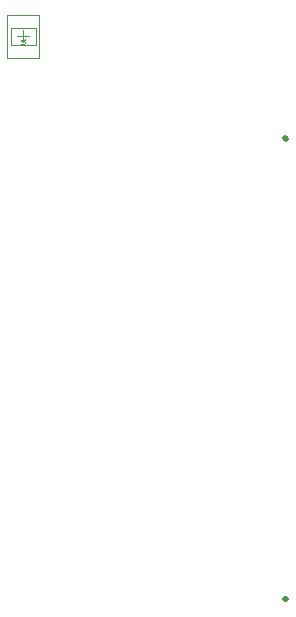
<source format=gbo>
G04*
G04 #@! TF.GenerationSoftware,Altium Limited,Altium Designer,21.3.2 (30)*
G04*
G04 Layer_Color=32896*
%FSLAX25Y25*%
%MOIN*%
G70*
G04*
G04 #@! TF.SameCoordinates,32D37CD9-B2DB-4459-BEB8-4619D630D6D0*
G04*
G04*
G04 #@! TF.FilePolarity,Positive*
G04*
G01*
G75*
%ADD12C,0.01968*%
%ADD17C,0.00197*%
%ADD18C,0.00394*%
D12*
X212362Y57449D02*
X212480Y57331D01*
X212362Y210992D02*
X212480Y210874D01*
D17*
X124319Y242500D02*
X125303D01*
X125500Y242697D01*
Y243090D01*
X125303Y243287D01*
X124319D01*
X125500Y243681D02*
Y244074D01*
Y243878D01*
X124319D01*
X124516Y243681D01*
X119685Y237913D02*
X130315D01*
X119685Y252087D02*
X130315D01*
X119685Y237913D02*
Y252087D01*
X130315Y237913D02*
Y252087D01*
D18*
X120768Y242244D02*
X129232D01*
X120768Y247756D02*
X129232D01*
X120768Y242244D02*
Y247756D01*
X129232Y242244D02*
Y247756D01*
X125000Y243032D02*
Y246969D01*
X123031Y245000D02*
X126969D01*
M02*

</source>
